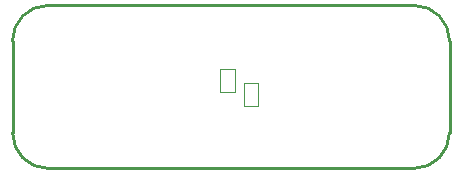
<source format=gm1>
G04*
G04 #@! TF.GenerationSoftware,Altium Limited,Altium Designer,22.5.1 (42)*
G04*
G04 Layer_Color=16711935*
%FSLAX44Y44*%
%MOMM*%
G71*
G04*
G04 #@! TF.SameCoordinates,57A0546F-C19F-4D55-9909-ACA7FCB6A21B*
G04*
G04*
G04 #@! TF.FilePolarity,Positive*
G04*
G01*
G75*
%ADD12C,0.2540*%
%ADD28C,0.1000*%
D12*
X155000Y-70000D02*
G03*
X185000Y-40000I0J30000D01*
G01*
Y38000D02*
G03*
X155000Y68000I-30000J0D01*
G01*
X-155000D02*
G03*
X-185000Y38000I0J-30000D01*
G01*
Y-40000D02*
G03*
X-155000Y-70000I30000J0D01*
G01*
X185000Y-40000D02*
Y38000D01*
X-185000Y-40000D02*
Y38000D01*
X-155000Y68000D02*
X155000D01*
X-155000Y-70000D02*
X155000D01*
D28*
X3000Y-5500D02*
Y14492D01*
X-9000Y-5500D02*
Y14492D01*
Y-5500D02*
X3000D01*
X-9000Y14492D02*
X3000D01*
X11000Y2492D02*
X23000D01*
X11000Y-17500D02*
X23000D01*
X11000D02*
Y2492D01*
X23000Y-17500D02*
Y2492D01*
M02*

</source>
